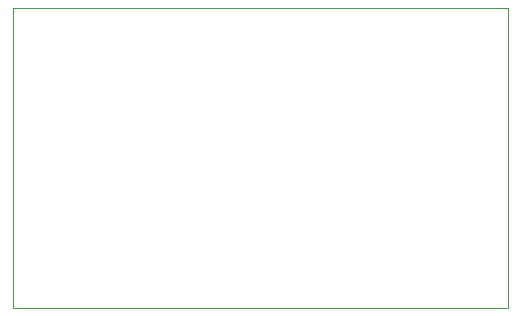
<source format=gbr>
G04 #@! TF.GenerationSoftware,KiCad,Pcbnew,(5.1.0)-1*
G04 #@! TF.CreationDate,2019-05-07T15:38:40-07:00*
G04 #@! TF.ProjectId,ADC Amplifier,41444320-416d-4706-9c69-666965722e6b,rev?*
G04 #@! TF.SameCoordinates,Original*
G04 #@! TF.FileFunction,Profile,NP*
%FSLAX46Y46*%
G04 Gerber Fmt 4.6, Leading zero omitted, Abs format (unit mm)*
G04 Created by KiCad (PCBNEW (5.1.0)-1) date 2019-05-07 15:38:40*
%MOMM*%
%LPD*%
G04 APERTURE LIST*
%ADD10C,0.100000*%
G04 APERTURE END LIST*
D10*
X200660000Y-111760000D02*
X242570000Y-111760000D01*
X200660000Y-137160000D02*
X200660000Y-111760000D01*
X242570000Y-137160000D02*
X200660000Y-137160000D01*
X242570000Y-111760000D02*
X242570000Y-137160000D01*
M02*

</source>
